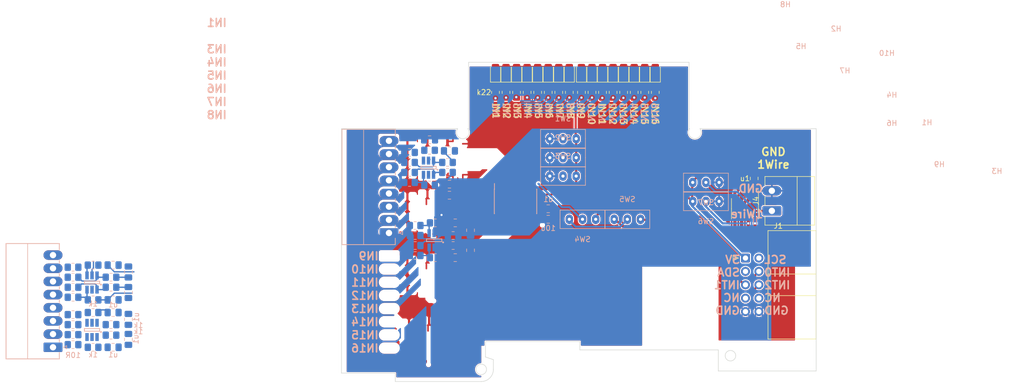
<source format=kicad_pcb>
(kicad_pcb (version 20211014) (generator pcbnew)
  (layers (0 "F.Cu" signal) (31 "B.Cu" signal) (34 "B.Paste" user) (35 "F.Paste" user) (36 "B.SilkS" user "B.Silkscreen") (37 "F.SilkS" user "F.Silkscreen") (38 "B.Mask" user) (39 "F.Mask" user) (44 "Edge.Cuts" user))
  (net 0 "")
  (net 1 "+3V3")
  (net 2 "GND")
  (net 3 "/I1")
  (net 4 "/I2")
  (net 5 "/I5")
  (net 6 "/I6")
  (net 7 "/I4")
  (net 8 "/I3")
  (net 9 "/I8")
  (net 10 "/I7")
  (net 11 "/I9")
  (net 12 "/I10")
  (net 13 "/I13")
  (net 14 "/I14")
  (net 15 "/I12")
  (net 16 "/I11")
  (net 17 "/I16")
  (net 18 "/I15")
  (net 19 "Net-(DD1-Pad1)")
  (net 20 "Net-(DD1-Pad2)")
  (net 21 "Net-(DD1-Pad3)")
  (net 22 "Net-(DD1-Pad21)")
  (net 23 "/SDA")
  (net 24 "/SCL")
  (net 25 "/INT1")
  (net 26 "/INT2")
  (net 27 "/IN1")
  (net 28 "/IN2")
  (net 29 "/IN3")
  (net 30 "/IN4")
  (net 31 "/IN5")
  (net 32 "/IN6")
  (net 33 "/IN7")
  (net 34 "/IN8")
  (net 35 "/IN9")
  (net 36 "/IN10")
  (net 37 "/IN11")
  (net 38 "/IN12")
  (net 39 "/IN13")
  (net 40 "/IN14")
  (net 41 "/IN15")
  (net 42 "/IN16")
  (net 43 "Net-(R1-Pad1)")
  (net 44 "Net-(R2-Pad1)")
  (net 45 "Net-(R3-Pad1)")
  (net 46 "Net-(R4-Pad1)")
  (net 47 "Net-(R13-Pad2)")
  (net 48 "Net-(R10-Pad1)")
  (net 49 "Net-(R11-Pad2)")
  (net 50 "Net-(R12-Pad1)")
  (net 51 "Net-(R17-Pad1)")
  (net 52 "Net-(R18-Pad1)")
  (net 53 "Net-(R19-Pad1)")
  (net 54 "Net-(R20-Pad1)")
  (net 55 "Net-(R25-Pad2)")
  (net 56 "Net-(R26-Pad1)")
  (net 57 "Net-(R27-Pad2)")
  (net 58 "Net-(R28-Pad1)")
  (net 61 "/INT0")
  (net 63 "Net-(J4-Pad1)")
  (net 64 "Net-(SW4-Pad1)")
  (net 65 "Net-(SW6-Pad2)")
  (net 66 "Net-(SW7-Pad2)")
  (net 67 "Net-(D1-Pad1)")
  (net 68 "Net-(D2-Pad1)")
  (net 69 "Net-(D3-Pad1)")
  (net 70 "Net-(D4-Pad1)")
  (net 71 "Net-(D5-Pad1)")
  (net 72 "Net-(D6-Pad1)")
  (net 73 "Net-(D7-Pad1)")
  (net 74 "Net-(D8-Pad1)")
  (net 75 "Net-(D9-Pad1)")
  (net 76 "Net-(D10-Pad1)")
  (net 77 "Net-(D11-Pad1)")
  (net 78 "Net-(D12-Pad1)")
  (net 79 "Net-(D13-Pad1)")
  (net 80 "Net-(D14-Pad1)")
  (net 81 "Net-(D15-Pad1)")
  (net 82 "Net-(D16-Pad1)")
  (footprint "Capacitor_SMD:C_0805_2012Metric_Pad1.18x1.45mm_HandSolder" (layer "F.Cu") (at 183.25 117.25 90)
    (fp_text reference "C2" hide)
    (fp_text value "u1")
  )
  (footprint "Package_SO:SOIC-8_3.9x4.9mm_P1.27mm" (layer "F.Cu") (at 181.5 123 -90)
    (fp_text reference "U5" hide)
    (fp_text value "DS2482" hide)
  )
  (footprint "LED_SMD:LED_0805_2012Metric_Pad1.15x1.40mm_HandSolder" (layer "F.Cu") (at 134.2 97.1 90)
    (fp_text reference "D1" hide)
    (fp_text value "LED" hide)
  )
  (footprint "LED_SMD:LED_0805_2012Metric_Pad1.15x1.40mm_HandSolder" (layer "F.Cu") (at 136.2 97.1 90)
    (fp_text reference "D2" hide)
    (fp_text value "LED" hide)
  )
  (footprint "LED_SMD:LED_0805_2012Metric_Pad1.15x1.40mm_HandSolder" (layer "F.Cu") (at 138.2 97.1 90)
    (fp_text reference "D3" hide)
    (fp_text value "LED" hide)
  )
  (footprint "LED_SMD:LED_0805_2012Metric_Pad1.15x1.40mm_HandSolder" (layer "F.Cu") (at 140.2 97.1 90)
    (fp_text reference "D4" hide)
    (fp_text value "LED" hide)
  )
  (footprint "LED_SMD:LED_0805_2012Metric_Pad1.15x1.40mm_HandSolder" (layer "F.Cu") (at 142.2 97.1 90)
    (fp_text reference "D5" hide)
    (fp_text value "LED" hide)
  )
  (footprint "LED_SMD:LED_0805_2012Metric_Pad1.15x1.40mm_HandSolder" (layer "F.Cu") (at 144.2 97.1 90)
    (fp_text reference "D6" hide)
    (fp_text value "LED" hide)
  )
  (footprint "LED_SMD:LED_0805_2012Metric_Pad1.15x1.40mm_HandSolder" (layer "F.Cu") (at 146.2 97.1 90)
    (fp_text reference "D7" hide)
    (fp_text value "LED" hide)
  )
  (footprint "LED_SMD:LED_0805_2012Metric_Pad1.15x1.40mm_HandSolder" (layer "F.Cu") (at 148.2 97.1 90)
    (fp_text reference "D8" hide)
    (fp_text value "LED" hide)
  )
  (footprint "Resistor_SMD:R_0805_2012Metric_Pad1.20x1.40mm_HandSolder" (layer "F.Cu") (at 134.2 100.9 -90)
    (fp_text reference "R33" hide)
    (fp_text value "k22")
  )
  (footprint "Resistor_SMD:R_0805_2012Metric_Pad1.20x1.40mm_HandSolder" (layer "F.Cu") (at 136.2 100.9 -90)
    (fp_text reference "R34" hide)
    (fp_text value "k22" hide)
  )
  (footprint "Resistor_SMD:R_0805_2012Metric_Pad1.20x1.40mm_HandSolder" (layer "F.Cu") (at 138.2 100.9 -90)
    (fp_text reference "R35" hide)
    (fp_text value "k22" hide)
  )
  (footprint "Resistor_SMD:R_0805_2012Metric_Pad1.20x1.40mm_HandSolder" (layer "F.Cu") (at 140.2 100.9 -90)
    (fp_text reference "R36" hide)
    (fp_text value "k22" hide)
  )
  (footprint "Resistor_SMD:R_0805_2012Metric_Pad1.20x1.40mm_HandSolder" (layer "F.Cu") (at 142.2 100.9 -90)
    (fp_text reference "R37" hide)
    (fp_text value "k22" hide)
  )
  (footprint "Resistor_SMD:R_0805_2012Metric_Pad1.20x1.40mm_HandSolder" (layer "F.Cu") (at 144.2 100.9 -90)
    (fp_text reference "R38" hide)
    (fp_text value "k22" hide)
  )
  (footprint "Resistor_SMD:R_0805_2012Metric_Pad1.20x1.40mm_HandSolder" (layer "F.Cu") (at 146.2 100.9 -90)
    (fp_text reference "R39" hide)
    (fp_text value "k22" hide)
  )
  (footprint "Resistor_SMD:R_0805_2012Metric_Pad1.20x1.40mm_HandSolder" (layer "F.Cu") (at 148.2 100.9 -90)
    (fp_text reference "R40" hide)
    (fp_text value "k22" hide)
  )
  (footprint "LED_SMD:LED_0805_2012Metric_Pad1.15x1.40mm_HandSolder" (layer "F.Cu") (at 150.5 97.1 90)
    (fp_text reference "D9" hide)
    (fp_text value "LED" hide)
  )
  (footprint "LED_SMD:LED_0805_2012Metric_Pad1.15x1.40mm_HandSolder" (layer "F.Cu") (at 152.5 97.1 90)
    (fp_text reference "D10" hide)
    (fp_text value "LED" hide)
  )
  (footprint "LED_SMD:LED_0805_2012Metric_Pad1.15x1.40mm_HandSolder" (layer "F.Cu") (at 154.5 97.1 90)
    (fp_text reference "D11" hide)
    (fp_text value "LED" hide)
  )
  (footprint "LED_SMD:LED_0805_2012Metric_Pad1.15x1.40mm_HandSolder" (layer "F.Cu") (at 156.5 97.1 90)
    (fp_text reference "D12" hide)
    (fp_text value "LED" hide)
  )
  (footprint "LED_SMD:LED_0805_2012Metric_Pad1.15x1.40mm_HandSolder" (layer "F.Cu") (at 158.5 97.1 90)
    (fp_text reference "D13" hide)
    (fp_text value "LED" hide)
  )
  (footprint "LED_SMD:LED_0805_2012Metric_Pad1.15x1.40mm_HandSolder" (layer "F.Cu") (at 160.5 97.1 90)
    (fp_text reference "D14" hide)
    (fp_text value "LED" hide)
  )
  (footprint "LED_SMD:LED_0805_2012Metric_Pad1.15x1.40mm_HandSolder" (layer "F.Cu") (at 162.5 97.1 90)
    (fp_text reference "D15" hide)
    (fp_text value "LED" hide)
  )
  (footprint "LED_SMD:LED_0805_2012Metric_Pad1.15x1.40mm_HandSolder" (layer "F.Cu") (at 164.5 97.1 90)
    (fp_text reference "D16" hide)
    (fp_text value "LED" hide)
  )
  (footprint "Resistor_SMD:R_0805_2012Metric_Pad1.20x1.40mm_HandSolder" (layer "F.Cu") (at 150.5 100.9 -90)
    (fp_text reference "R41" hide)
    (fp_text value "k22" hide)
  )
  (footprint "Resistor_SMD:R_0805_2012Metric_Pad1.20x1.40mm_HandSolder" (layer "F.Cu") (at 152.5 100.9 -90)
    (fp_text reference "R42" hide)
    (fp_text value "k22" hide)
  )
  (footprint "Resistor_SMD:R_0805_2012Metric_Pad1.20x1.40mm_HandSolder" (layer "F.Cu") (at 154.5 100.9 -90)
    (fp_text reference "R43" hide)
    (fp_text value "k22" hide)
  )
  (footprint "Resistor_SMD:R_0805_2012Metric_Pad1.20x1.40mm_HandSolder" (layer "F.Cu") (at 156.5 100.9 -90)
    (fp_text reference "R44" hide)
    (fp_text value "k22" hide)
  )
  (footprint "Resistor_SMD:R_0805_2012Metric_Pad1.20x1.40mm_HandSolder" (layer "F.Cu") (at 158.5 100.9 -90)
    (fp_text reference "R45" hide)
    (fp_text value "k22" hide)
  )
  (footprint "Resistor_SMD:R_0805_2012Metric_Pad1.20x1.40mm_HandSolder" (layer "F.Cu") (at 160.5 100.9 -90)
    (fp_text reference "R46" hide)
    (fp_text value "k22" hide)
  )
  (footprint "Resistor_SMD:R_0805_2012Metric_Pad1.20x1.40mm_HandSolder" (layer "F.Cu") (at 162.5 100.9 -90)
    (fp_text reference "R47" hide)
    (fp_text value "k22" hide)
  )
  (footprint "Resistor_SMD:R_0805_2012Metric_Pad1.20x1.40mm_HandSolder" (layer "F.Cu") (at 164.5 100.9 -90)
    (fp_text reference "R48" hide)
    (fp_text value "k22" hide)
  )
  (footprint "Connector_IDC:IDC-Header_2x05_P2.54mm_Horizontal" (layer "F.Cu") (at 181.6 132.36)
    (fp_text reference "J1")
    (fp_text value "SensactBusConnector")
  )
  (footprint "Connector_Phoenix_MC:PhoenixContact_MC_1,5_2-G-3.81_1x02_P3.81mm_Horizontal" (layer "F.Cu") (at 186.6 123.4 90)
    (fp_text reference "J4")
    (fp_text value "1Wire")
  )
  (footprint "Capacitor_SMD:C_0805_2012Metric_Pad1.18x1.45mm_HandSolder" (layer "B.Cu") (at 144.2 125 180)
    (fp_text reference "C1" hide)
    (fp_text value "10u")
  )
  (footprint "Capacitor_SMD:C_0805_2012Metric_Pad1.18x1.45mm_HandSolder" (layer "B.Cu") (at 64.6 147.8 -90)
    (fp_text reference "C3" hide)
    (fp_text value "u1")
  )
  (footprint "Capacitor_SMD:C_0805_2012Metric_Pad1.18x1.45mm_HandSolder" (layer "B.Cu") (at 61.7 149.3)
    (fp_text reference "C4" hide)
    (fp_text value "u1")
  )
  (footprint "Capacitor_SMD:C_0805_2012Metric_Pad1.18x1.45mm_HandSolder" (layer "B.Cu") (at 64.6 138.9 -90)
    (fp_text reference "C5" hide)
    (fp_text value "u1" hide)
  )
  (footprint "Capacitor_SMD:C_0805_2012Metric_Pad1.18x1.45mm_HandSolder" (layer "B.Cu") (at 61.7 140.3)
    (fp_text reference "C6" hide)
    (fp_text value "u1" hide)
  )
  (footprint "Capacitor_SMD:C_0805_2012Metric_Pad1.18x1.45mm_HandSolder" (layer "B.Cu") (at 64.6 144 -90)
    (fp_text reference "C7" hide)
    (fp_text value "u1")
  )
  (footprint "Capacitor_SMD:C_0805_2012Metric_Pad1.18x1.45mm_HandSolder" (layer "B.Cu") (at 61.7 142.7 180)
    (fp_text reference "C8" hide)
    (fp_text value "u1")
  )
  (footprint "Capacitor_SMD:C_0805_2012Metric_Pad1.18x1.45mm_HandSolder" (layer "B.Cu") (at 64.6 135 -90)
    (fp_text reference "C9" hide)
    (fp_text value "u1" hide)
  )
  (footprint "Capacitor_SMD:C_0805_2012Metric_Pad1.18x1.45mm_HandSolder" (layer "B.Cu") (at 61.7 133.7 180)
    (fp_text reference "C10" hide)
    (fp_text value "u1" hide)
  )
  (footprint "Capacitor_SMD:C_0805_2012Metric_Pad1.18x1.45mm_HandSolder" (layer "B.Cu") (at 129.469999 130.880001 -90)
    (fp_text reference "C11" hide)
    (fp_text value "u1" hide)
  )
  (footprint "Capacitor_SMD:C_0805_2012Metric_Pad1.18x1.45mm_HandSolder" (layer "B.Cu") (at 126.569999 132.280001)
    (fp_text reference "C12" hide)
    (fp_text value "u1" hide)
  )
  (footprint "Capacitor_SMD:C_0805_2012Metric_Pad1.18x1.45mm_HandSolder" (layer "B.Cu") (at 125.4692 118.3292)
    (fp_text reference "C13" hide)
    (fp_text value "u1" hide)
  )
  (footprint "Capacitor_SMD:C_0805_2012Metric_Pad1.18x1.45mm_HandSolder" (layer "B.Cu") (at 125.4692 120.4292)
    (fp_text reference "C14" hide)
    (fp_text value "u1" hide)
  )
  (footprint "Capacitor_SMD:C_0805_2012Metric_Pad1.18x1.45mm_HandSolder" (layer "B.Cu") (at 129.469999 127.080001 -90)
    (fp_text reference "C15" hide)
    (fp_text value "u1" hide)
  )
  (footprint "Capacitor_SMD:C_0805_2012Metric_Pad1.18x1.45mm_HandSolder" (layer "B.Cu") (at 126.569999 125.680001 180)
    (fp_text reference "C16" hide)
    (fp_text value "u1" hide)
  )
  (footprint "Capacitor_SMD:C_0805_2012Metric_Pad1.18x1.45mm_HandSolder" (layer "B.Cu") (at 125.4696 112.0104 180)
    (fp_text reference "C17" hide)
    (fp_text value "u1" hide)
  )
  (footprint "Capacitor_SMD:C_0805_2012Metric_Pad1.18x1.45mm_HandSolder" (layer "B.Cu") (at 121.7 109.9)
    (fp_text reference "C18" hide)
    (fp_text value "u1" hide)
  )
  (footprint "liebler_SEMICONDUCTORS:TSSOP-24_4.4x7.8mm_Pitch0.65mm_handsolder" (layer "B.Cu") (at 138 121.6 -90)
    (fp_text reference "DD1" hide)
    (fp_text value "PCA9555" hide)
  )
  (footprint "Resistor_SMD:R_0805_2012Metric_Pad1.20x1.40mm_HandSolder" (layer "B.Cu") (at 54.1 146.9 180)
    (fp_text reference "R1" hide)
    (fp_text value "10R" hide)
  )
  (footprint "Resistor_SMD:R_0805_2012Metric_Pad1.20x1.40mm_HandSolder" (layer "B.Cu") (at 54.1 148.8 180)
    (fp_text reference "R2" hide)
    (fp_text value "10R")
  )
  (footprint "Resistor_SMD:R_0805_2012Metric_Pad1.20x1.40mm_HandSolder" (layer "B.Cu") (at 54.1 137.9 180)
    (fp_text reference "R3" hide)
    (fp_text value "10R" hide)
  )
  (footprint "Resistor_SMD:R_0805_2012Metric_Pad1.20x1.40mm_HandSolder" (layer "B.Cu") (at 54.1 139.8 180)
    (fp_text reference "R4" hide)
    (fp_text value "10R" hide)
  )
  (footprint "Resistor_SMD:R_0805_2012Metric_Pad1.20x1.40mm_HandSolder" (layer "B.Cu") (at 61.3 147 180)
    (fp_text reference "R5" hide)
    (fp_text value "1k")
  )
  (footprint "Resistor_SMD:R_0805_2012Metric_Pad1.20x1.40mm_HandSolder" (layer "B.Cu") (at 57.9 149.3)
    (fp_text reference "R6" hide)
    (fp_text value "1k")
  )
  (footprint "Resistor_SMD:R_0805_2012Metric_Pad1.20x1.40mm_HandSolder" (layer "B.Cu") (at 61.3 137.9 180)
    (fp_text reference "R7" hide)
    (fp_text value "1k" hide)
  )
  (footprint "Resistor_SMD:R_0805_2012Metric_Pad1.20x1.40mm_HandSolder" (layer "B.Cu") (at 57.9 140.3)
    (fp_text reference "R8" hide)
    (fp_text value "1k" hide)
  )
  (footprint "Resistor_SMD:R_0805_2012Metric_Pad1.20x1.40mm_HandSolder" (layer "B.Cu") (at 61.3 145 180)
    (fp_text reference "R9" hide)
    (fp_text value "1k")
  )
  (footprint "Resistor_SMD:R_0805_2012Metric_Pad1.20x1.40mm_HandSolder" (layer "B.Cu") (at 57.9 142.7)
    (fp_text reference "R10" hide)
    (fp_text value "1k")
  )
  (footprint "Resistor_SMD:R_0805_2012Metric_Pad1.20x1.40mm_HandSolder" (layer "B.Cu") (at 61.3 136 180)
    (fp_text reference "R11" hide)
    (fp_text value "1k" hide)
  )
  (footprint "Resistor_SMD:R_0805_2012Metric_Pad1.20x1.40mm_HandSolder" (layer "B.Cu") (at 57.9 133.7)
    (fp_text reference "R12" hide)
    (fp_text value "1k" hide)
  )
  (footprint "Resistor_SMD:R_0805_2012Metric_Pad1.20x1.40mm_HandSolder" (layer "B.Cu") (at 54.1 145)
    (fp_text reference "R13" hide)
    (fp_text value "10R" hide)
  )
  (footprint "Resistor_SMD:R_0805_2012Metric_Pad1.20x1.40mm_HandSolder" (layer "B.Cu") (at 54.1 143.1)
    (fp_text reference "R14" hide)
    (fp_text value "10R" hide)
  )
  (footprint "Resistor_SMD:R_0805_2012Metric_Pad1.20x1.40mm_HandSolder" (layer "B.Cu") (at 54.1 136)
    (fp_text reference "R15" hide)
    (fp_text value "10R" hide)
  )
  (footprint "Resistor_SMD:R_0805_2012Metric_Pad1.20x1.40mm_HandSolder" (layer "B.Cu") (at 54.1 134.1)
    (fp_text reference "R16" hide)
    (fp_text value "10R" hide)
  )
  (footprint "Resistor_SMD:R_0805_2012Metric_Pad1.20x1.40mm_HandSolder" (layer "B.Cu") (at 118.969999 129.980001 180)
    (fp_text reference "R17" hide)
    (fp_text value "10R" hide)
  )
  (footprint "Resistor_SMD:R_0805_2012Metric_Pad1.20x1.40mm_HandSolder" (layer "B.Cu") (at 118.969999 131.880001 180)
    (fp_text reference "R18" hide)
    (fp_text value "10R" hide)
  )
  (footprint "Resistor_SMD:R_0805_2012Metric_Pad1.20x1.40mm_HandSolder" (layer "B.Cu") (at 117.9 116.1 180)
    (fp_text reference "R19" hide)
    (fp_text value "10R" hide)
  )
  (footprint "Resistor_SMD:R_0805_2012Metric_Pad1.20x1.40mm_HandSolder" (layer "B.Cu") (at 117.9 118 180)
    (fp_text reference "R20" hide)
    (fp_text value "10R" hide)
  )
  (footprint "Resistor_SMD:R_0805_2012Metric_Pad1.20x1.40mm_HandSolder" (layer "B.Cu") (at 126.169999 129.980001 180)
    (fp_text reference "R21" hide)
    (fp_text value "1k" hide)
  )
  (footprint "Resistor_SMD:R_0805_2012Metric_Pad1.20x1.40mm_HandSolder" (layer "B.Cu") (at 122.769999 132.280001)
    (fp_text reference "R22" hide)
    (fp_text value "1k" hide)
  )
  (footprint "Resistor_SMD:R_0805_2012Metric_Pad1.20x1.40mm_HandSolder" (layer "B.Cu") (at 125.1 116.1 180)
    (fp_text reference "R23" hide)
    (fp_text value "1k" hide)
  )
  (footprint "Resistor_SMD:R_0805_2012Metric_Pad1.20x1.40mm_HandSolder" (layer "B.Cu") (at 121.7 118.5)
    (fp_text reference "R24" hide)
    (fp_text value "1k" hide)
  )
  (footprint "Resistor_SMD:R_0805_2012Metric_Pad1.20x1.40mm_HandSolder" (layer "B.Cu") (at 126.169999 128.080001 180)
    (fp_text reference "R25" hide)
    (fp_text value "1k" hide)
  )
  (footprint "Resistor_SMD:R_0805_2012Metric_Pad1.20x1.40mm_HandSolder" (layer "B.Cu") (at 122.769999 125.680001)
    (fp_text reference "R26" hide)
    (fp_text value "1k" hide)
  )
  (footprint "Resistor_SMD:R_0805_2012Metric_Pad1.20x1.40mm_HandSolder" (layer "B.Cu") (at 125.1 114.2 180)
    (fp_text reference "R27" hide)
    (fp_text value "1k" hide)
  )
  (footprint "Resistor_SMD:R_0805_2012Metric_Pad1.20x1.40mm_HandSolder" (layer "B.Cu") (at 121.7 111.9)
    (fp_text reference "R28" hide)
    (fp_text value "1k" hide)
  )
  (footprint "Resistor_SMD:R_0805_2012Metric_Pad1.20x1.40mm_HandSolder" (layer "B.Cu") (at 118.969999 128.080001)
    (fp_text reference "R29" hide)
    (fp_text value "10R" hide)
  )
  (footprint "Resistor_SMD:R_0805_2012Metric_Pad1.20x1.40mm_HandSolder" (layer "B.Cu") (at 118.969999 126.180001)
    (fp_text reference "R30" hide)
    (fp_text value "10R" hide)
  )
  (footprint "Resistor_SMD:R_0805_2012Metric_Pad1.20x1.40mm_HandSolder" (layer "B.Cu") (at 117.9 114.2)
    (fp_text reference "R31" hide)
    (fp_text value "10R" hide)
  )
  (footprint "Resistor_SMD:R_0805_2012Metric_Pad1.20x1.40mm_HandSolder" (layer "B.Cu") (at 117.9 112.3)
    (fp_text reference "R32" hide)
    (fp_text value "10R" hide)
  )
  (footprint "sensact:SOT-23-6_handsolder" (layer "B.Cu") (at 57.7 146 90)
    (fp_text reference "U1" hide)
    (fp_text value "SRV05" hide)
  )
  (footprint "sensact:SOT-23-6_handsolder" (layer "B.Cu") (at 57.7 137 90)
    (fp_text reference "U2" hide)
    (fp_text value "SRV05" hide)
  )
  (footprint "sensact:SOT-23-6_handsolder" (layer "B.Cu") (at 122.569999 128.980001 90)
    (fp_text reference "U3" hide)
    (fp_text value "SRV05" hide)
  )
  (footprint "sensact:SOT-23-6_handsolder" (layer "B.Cu") (at 121.5 115.2 90)
    (fp_text reference "U4" hide)
    (fp_text value "SRV05" hide)
  )
  (footprint "Capacitor_SMD:C_0805_2012Metric_Pad1.18x1.45mm_HandSolder" (layer "B.Cu") (at 144.2 123 180)
    (fp_text reference "C19" hide)
    (fp_text value "u1")
  )
  (footprint "MountingHole:MountingHole_2.2mm_M2_DIN965" (layer "B.Cu") (at 209.35381 109.655 180)
    (fp_text reference "H6")
    (fp_text value "MountingHole")
  )
  (footprint "MountingHole:MountingHole_2.2mm_M2_DIN965" (layer "B.Cu") (at 192.14381 95.065 180)
    (fp_text reference "H5")
    (fp_text value "MountingHole")
  )
  (footprint "liebler_MECH:Switch_SS12D00" (layer "B.Cu") (at 150.7 125)
    (fp_text reference "SW4")
    (fp_text value "INT? INT0")
  )
  (footprint "MountingHole:MountingHole_3.2mm_M3" (layer "B.Cu") (at 218.36381 118.775 180)
    (fp_text reference "H9")
    (fp_text value "MountingHole")
  )
  (footprint "MountingHole:MountingHole_3.2mm_M3" (layer "B.Cu") (at 216.00381 110.825 180)
    (fp_text reference "H1")
    (fp_text value "MountingHole")
  )
  (footprint "MountingHole:MountingHole_3.2mm_M3" (layer "B.Cu") (at 208.41381 97.655 180)
    (fp_text reference "H10")
    (fp_text value "MountingHole")
  )
  (footprint "liebler_CONN:PhoenixContact_MC_0,5_8-G-2.5_1x08_P2.50mm_Horizontal" (layer "B.Cu") (at 114 127.6 90)
    (fp_text reference "J3" hide)
    (fp_text value "IN8-IN16" hide)
  )
  (footprint "liebler_MECH:Switch_SS12D00" (layer "B.Cu") (at 147 113.3 180)
    (fp_text reference "SW2")
    (fp_text value "0 A1 1")
  )
  (footprint "MountingHole:MountingHole_3.2mm_M3" (layer "B.Cu") (at 198.79381 93.035 180)
    (fp_text reference "H2")
    (fp_text value "MountingHole")
  )
  (footprint "liebler_MECH:Switch_SS12D00" (layer "B.Cu") (at 159.2 125 180)
    (fp_text reference "SW5")
    (fp_text value "INT1 INT2")
  )
  (footprint "liebler_MECH:Switch_SS12D00" (layer "B.Cu") (at 147 116.8 180)
    (fp_text reference "SW3")
    (fp_text value "0 A0 1")
  )
  (footprint "MountingHole:MountingHole_2.2mm_M2_DIN965" (layer "B.Cu") (at 229.28381 118.765 180)
    (fp_text reference "H3")
    (fp_text value "MountingHole")
  )
  (footprint "liebler_CONN:PhoenixContact_MC_0,5_8-G-2.5_1x08_P2.50mm_Horizontal" (layer "B.Cu") (at 50.3 149.3 90)
    (fp_text reference "J2" hide)
    (fp_text value "IN1-IN8")
  )
  (footprint "MountingHole:MountingHole_3.2mm_M3" (layer "B.Cu") (at 200.46381 100.985 180)
    (fp_text reference "H7")
    (fp_text value "MountingHole")
  )
  (footprint "MountingHole:MountingHole_2.2mm_M2_DIN965" (layer "B.Cu") (at 209.35381 104.305 180)
    (fp_text reference "H4")
    (fp_text value "MountingHole")
  )
  (footprint "liebler_MECH:Switch_SS12D00" (layer "B.Cu") (at 147 109.7 180)
    (fp_text reference "SW1")
    (fp_text value "0 A2 1")
  )
  (footprint "MountingHole:MountingHole_3.2mm_M3" (layer "B.Cu") (at 189.17381 88.415 180)
    (fp_text reference "H8")
    (fp_text value "MountingHole")
  )
  (footprint "liebler_MECH:Switch_SS12D00" (layer "B.Cu") (at 174.1 118)
    (fp_text reference "SW7")
    (fp_text value "AD0")
  )
  (footprint "liebler_MECH:Switch_SS12D00" (layer "B.Cu") (at 174.1 121.6)
    (fp_text reference "SW6")
    (fp_text value "AD1")
  )
  (gr_line (start 133.8 151.644152) (end 132.3 151.144152) (layer "Edge.Cuts") (width 0.1))
  (gr_line (start 170.9 107.8) (end 170.9 95.2) (layer "Edge.Cuts") (width 0.1))
  (gr_line (start 105 107.8) (end 105 154.2) (layer "Edge.Cuts") (width 0.1))
  (gr_line (start 132.3 148.2) (end 150.2 148.2) (layer "Edge.Cuts") (width 0.1))
  (gr_line (start 133.8 153.5) (end 133.8 151.644152) (layer "Edge.Cuts") (width 0.1))
  (gr_line (start 150.2 148.2) (end 150.2 149.8) (layer "Edge.Cuts") (width 0.1))
  (gr_line (start 115.2 154.2) (end 115.2 155.8) (layer "Edge.Cuts") (width 0.1))
  (gr_line (start 195 153.8) (end 195 107.8) (layer "Edge.Cuts") (width 0.1))
  (gr_line (start 105 154.2) (end 115.2 154.2) (layer "Edge.Cuts") (width 0.1))
  (gr_line (start 132.3 151.144152) (end 132.3 148.2) (layer "Edge.Cuts") (width 0.1))
  (gr_line (start 195 107.8) (end 172.974679 107.8) (layer "Edge.Cuts") (width 0.1))
  (gr_line (start 170.9 107.8) (end 171.025321 107.8) (layer "Edge.Cuts") (width 0.1))
  (gr_arc (start 172.974679 107.8) (mid 172 109.7) (end 171.025321 107.8) (layer "Edge.Cuts") (width 0.1))
  (gr_line (start 176.45 149.8) (end 176.45 153.8) (layer "Edge.Cuts") (width 0.1))
  (gr_line (start 105 107.8) (end 127.025321 107.8) (layer "Edge.Cuts") (width 0.1))
  (gr_circle (center 131.5 153.5) (end 132.5 153.5) (layer "Edge.Cuts") (width 0.1) (fill none))
  (gr_line (start 176.45 153.8) (end 195 153.8) (layer "Edge.Cuts") (width 0.1))
  (gr_line (start 129.1 107.8) (end 128.974679 107.8) (layer "Edge.Cuts") (width 0.1))
  (gr_circle (center 178.75 150.9) (end 179.75 150.9) (layer "Edge.Cuts") (width 0.1) (fill none))
  (gr_line (start 129.1 107.8) (end 129.1 95.2) (layer "Edge.Cuts") (width 0.1))
  (gr_line (start 115.2 155.8) (end 131.5 155.8) (layer "Edge.Cuts") (width 0.1))
  (gr_line (start 150.2 149.8) (end 176.45 149.8) (layer "Edge.Cuts") (width 0.1))
  (gr_line (start 170.9 95.2) (end 129.1 95.2) (layer "Edge.Cuts") (width 0.1))
  (gr_arc (start 128.974679 107.8) (mid 128 109.7) (end 127.025321 107.8) (layer "Edge.Cuts") (width 0.1))
  (gr_arc (start 133.8 153.5) (mid 133.126346 155.126346) (end 131.5 155.8) (layer "Edge.Cuts") (width 0.1))
  (gr_text "IN16\nIN15\nIN14\nIN13\nIN12\nIN11\nIN10\nIN9\nIN8\nIN7\nIN6\nIN5\nIN4\nIN3\nIN2\nIN1" (at 149.3 102.7 270) (layer "B.SilkS") (effects (font (size 1.25 1.2) (thickness 0.2)) (justify right mirror)))
  (gr_text "IN16\n" (at 112.2 149.5) (layer "B.SilkS") (effects (font (size 1.5 1.5) (thickness 0.3)) (justify left mirror)))
  (gr_text "IN10\n" (at 112.2 134.5) (layer "B.SilkS") (effects (font (size 1.5 1.5) (thickness 0.3)) (justify left mirror)))
  (gr_text "IN4\n" (at 83.4 95.2) (layer "B.SilkS") (effects (font (size 1.5 1.5) (thickness 0.3)) (justify left mirror)))
  (gr_text "IN3" (at 83.4 92.7) (layer "B.SilkS") (effects (font (size 1.5 1.5) (thickness 0.3)) (justify left mirror)))
  (gr_text "IN15\n" (at 112.2 147) (layer "B.SilkS") (effects (font (size 1.5 1.5) (thickness 0.3)) (justify left mirror)))
  (gr_text "3V\nSDA\nINT1\nNC\nGND" (at 180.7 137.5) (layer "B.SilkS") (effects (font (size 1.5 1.5) (thickness 0.3)) (justify left mirror)))
  (gr_text "IN12\n" (at 112.2 139.5) (layer "B.SilkS") (effects (font (size 1.5 1.5) (thickness 0.3)) (justify left mirror)))
  (gr_text "IN5\n" (at 83.4 97.7) (layer "B.SilkS") (effects (font (size 1.5 1.5) (thickness 0.3)) (justify left mirror)))
  (gr_text "IN8\n" (at 83.4 105.2) (layer "B.SilkS") (effects (font (size 1.5 1.5) (thickness 0.3)) (justify left mirror)))
  (gr_text "IN6\n" (at 83.4 100.2) (layer "B.SilkS") (effects (font (size 1.5 1.5) (thickness 0.3)) (justify left mirror)))
  (gr_text "IN7\n" (at 83.4 102.7) (layer "B.SilkS") (effects (font (size 1.5 1.5) (thickness 0.3)) (justify left mirror)))
  (gr_text "IN14\n" (at 112.2 144.5) (layer "B.SilkS") (effects (font (size 1.5 1.5) (thickness 0.3)) (justify left mirror)))
  (gr_text "IN13\n" (at 112.2 142) (layer "B.SilkS") (effects (font (size 1.5 1.5) (thickness 0.3)) (justify left mirror)))
  (gr_text "IN9\n" (at 112.2 132) (layer "B.SilkS") (effects (font (size 1.5 1.5) (thickness 0.3)) (justify left mirror)))
  (gr_text "IN11" (at 112.2 137) (layer "B.SilkS") (effects (font (size 1.5 1.5) (thickness 0.3)) (justify left mirror)))
  (gr_text "GND\n\n1Wire" (at 185.1 121.6) (layer "B.SilkS") (effects (font (size 1.5 1.5) (thickness 0.3)) (justify left mirror)))
  (gr_text "SCL\nINT0\nINT2\nNC\nGND" (at 185 137.5) (layer "B.SilkS") (effects (font (size 1.5 1.5) (thickness 0.3)) (justify right mirror)))
  (gr_text "IN1\n" (at 83.4 87.7) (layer "B.SilkS") (effects (font (size 1.5 1.5) (thickness 0.3)) (justify left mirror)))
  (gr_text "IN16\nIN15\nIN14\nIN13\nIN12\nIN11\nIN10\nIN9\nIN8\nIN7\nIN6\nIN5\nIN4\nIN3\nIN2\nIN1" (at 149.4 102.8 270) (layer "F.SilkS") (effects (font (size 1.25 1.2) (thickness 0.2)) (justify left)))
  (gr_text "GND\n1Wire" (at 186.9 113.4) (layer "F.SilkS") (effects (font (size 1.5 1.5) (thickness 0.3))))
  (segment (start 170.15 120.25) (end 150.15 120.25) (width 0.4) (layer "F.Cu") (net 1))
  (segment (start 149.29952 97.17452) (end 148.2 96.075) (width 0.4) (layer "F.Cu") (net 1))
  (segment (start 164.5 96.075) (end 150.5 96.075) (width 0.4) (layer "F.Cu") (net 1))
  (segment (start 171.5 121.6) (end 170.15 120.25) (width 0.4) (layer "F.Cu") (net 1))
  (segment (start 183.405 119) (end 180.90499 116.49999) (width 0.4) (layer "F.Cu") (net 1))
  (segment (start 134.2 96.075) (end 148.2 96.075) (width 0.4) (layer "F.Cu") (net 1))
  (segment (start 183.405 120.5) (end 183.405 118.0425) (width 0.4) (layer "F.Cu") (net 1))
  (segment (start 149.5 116.5) (end 149.5 109.3) (width 0.4) (layer "F.Cu") (net 1))
  (segment (start 149.40048 97.17452) (end 150.5 96.075) (width 0.4) (layer "F.Cu") (net 1))
  (segment (start 171.5 121.6) (end 171.5 117.9) (width 0.4) (layer "F.Cu") (net 1))
  (segment (start 149.40048 109.20048) (end 149.40048 97.17452) (width 0.4) (layer "F.Cu") (net 1))
  (segment (start 180.90499 116.49999) (end 172.90001 116.49999) (width 0.4) (layer "F.Cu") (net 1))
  (segment (start 149.40048 97.17452) (end 149.29952 97.17452) (width 0.4) (layer "F.Cu") (net 1))
  (segment (start 172.90001 116.49999) (end 171.5 117.9) (width 0.4) (layer "F.Cu") (net 1))
  (segment (start 150.15 120.25) (end 149.5 119.6) (width 0.4) (layer "F.Cu") (net 1))
  (segment (start 149.5 119.6) (end 149.5 116.5) (width 0.4) (layer "F.Cu") (net 1))
  (via (at 123.969999 124.180001) (size 0.6) (drill 0.4) (layers "F.Cu" "B.Cu") (net 1))
  (segment (start 122.770479 124.579521) (end 123.169999 124.180001) (width 0.4) (layer "B.Cu") (net 1))
  (segment (start 121.5 113.85) (end 121.69952 113.65048) (width 0.4) (layer "B.Cu") (net 1))
  (segment (start 122.770479 126.505499) (end 122.770479 124.579521) (width 0.4) (layer "B.Cu") (net 1))
  (segment (start 57.7 135.65) (end 57.7 134.51319) (width 0.25) (layer "B.Cu") (net 1))
  (segment (start 57.97499 134.2382) (end 57.97499 133.01182) (width 0.25) (layer "B.Cu") (net 1))
  (segment (start 122.569999 126.705979) (end 122.770479 126.505499) (width 0.4) (layer "B.Cu") (net 1))
  (segment (start 171.5 122.5) (end 171.5 121.6) (width 0.4) (layer "B.Cu") (net 1))
  (segment (start 57.7 134.51319) (end 57.97499 134.2382) (width 0.25) (layer "B.Cu") (net 1))
  (segment (start 122.569999 127.630001) (end 122.569999 126.705979) (width 0.4) (layer "B.Cu") (net 1))
  (segment (start 123.169999 124.180001) (end 123.969999 124.180001) (width 0.4) (layer "B.Cu") (net 1))
  (segment (start 181.6 132.6) (end 171.5 122.5) (width 0.4) (layer "B.Cu") (net 1))
  (segment (start 58.9 140.3) (end 60.6625 140.3) (width 0.25) (layer "B.Cu") (net 5))
  (segment (start 65.312973 139.02548) (end 61.93702 139.02548) (width 0.25) (layer "B.Cu") (net 5))
  (segment (start 61.93702 139.02548) (end 60.6625 140.3) (width 0.25) (layer "B.Cu") (net 5))
  (segment (start 62.3 137.9) (end 64.5625 137.9) (width 0.25) (layer "B.Cu") (net 6))
  (segment (start 60.6625 142.2) (end 58.9 142.2) (width 0.25) (layer "B.Cu") (net 7))
  (segment (start 65.649502 134.97548) (end 61.93798 134.97548) (width 0.25) (layer "B.Cu") (net 9))
  (segment (start 61.93798 134.97548) (end 60.6625 133.7) (width 0.25) (layer "B.Cu") (net 9))
  (segment (start 62.3 136) (end 64.5625 136) (width 0.25) (layer "B.Cu") (net 10))
  (segment (start 128.581809 131.180001) (end 126.632499 131.180001) (width 0.25) (layer "B.Cu") (net 11))
  (segment (start 126.632499 131.180001) (end 125.532499 132.280001) (width 0.25) (layer "B.Cu") (net 11))
  (segment (start 128.831809 130.930001) (end 128.581809 131.180001) (width 0.25) (layer "B.Cu") (net 11))
  (segment (start 123.769999 132.280001) (end 125.532499 132.280001) (width 0.25) (layer "B.Cu") (net 11))
  (segment (start 127.169999 129.980001) (end 129.332499 129.980001) (width 0.25) (layer "B.Cu") (net 12))
  (segment (start 122.8997 118.5) (end 124.4317 120.032) (width 0.25) (layer "B.Cu") (net 13))
  (segment (start 126.1 116.3825) (end 124.4317 118.0508) (width 0.25) (layer "B.Cu") (net 14))
  (segment (start 123.769999 125.680001) (end 125.532499 125.680001) (width 0.25) (layer "B.Cu") (net 15))
  (segment (start 126.832499 126.980001) (end 125.532499 125.680001) (width 0.25) (layer "B.Cu") (net 15))
  (segment (start 129.957492 126.980001) (end 126.832499 126.980001) (width 0.25) (layer "B.Cu") (net 15))
  (segment (start 127.169999 128.080001) (end 129.432499 128.080001) (width 0.25) (layer "B.Cu") (net 16))
  (segment (start 126.1 113.9271) (end 124.4321 112.2592) (width 0.25) (layer "B.Cu") (net 18))
  (segment (start 148.2 122.7) (end 150.5 125) (width 0.4) (layer "B.Cu") (net 19))
  (segment (start 146.8 122.7) (end 148.2 122.7) (width 0.4) (layer "B.Cu") (net 19))
  (segment (start 146.8 122.7) (end 142.35 118.25) (width 0.4) (layer "B.Cu") (net 19))
  (segment (start 178.96999 121.45001) (end 179.595 120.825) (width 0.25) (layer "F.Cu") (net 24))
  (segment (start 178.96999 126.8064) (end 178.818078 126.8064) (width 0.25) (layer "F.Cu") (net 24))
  (segment (start 178.96999 126.8064) (end 178.96999 121.45001) (width 0.25) (layer "F.Cu") (net 24))
  (segment (start 178.969999 121.125001) (end 179.595 120.5) (width 0.25) (layer "F.Cu") (net 24))
  (segment (start 172.59952 125.09952) (end 161.79952 125.09952) (width 0.4) (layer "F.Cu") (net 25))
  (segment (start 179.70346 135.75131) (end 179.70346 132.20346) (width 0.4) (layer "F.Cu") (net 25))
  (segment (start 179.70346 132.20346) (end 172.59952 125.09952) (width 0.4) (layer "F.Cu") (net 25))
  (segment (start 181.39215 137.44) (end 179.70346 135.75131) (width 0.4) (layer "F.Cu") (net 25))
  (segment (start 179.10394 136.80394) (end 179.10394 132.45179) (width 0.4) (layer "F.Cu") (net 26))
  (segment (start 179.10394 132.45179) (end 172.35119 125.69904) (width 0.4) (layer "F.Cu") (net 26))
  (segment (start 182.890489 138.689511) (end 180.989511 138.689511) (width 0.4) (layer "F.Cu") (net 26))
  (segment (start 162.80096 125.69904) (end 162.2 126.3) (width 0.4) (layer "F.Cu") (net 26))
  (segment (start 184.14 137.44) (end 182.890489 138.689511) (width 0.4) (layer "F.Cu") (net 26))
  (segment (start 172.35119 125.69904) (end 162.80096 125.69904) (width 0.4) (layer "F.Cu") (net 26))
  (segment (start 162.2 126.3) (end 158.2 126.3) (width 0.4) (layer "F.Cu") (net 26))
  (segment (start 180.989511 138.689511) (end 179.10394 136.80394) (width 0.4) (layer "F.Cu") (net 26))
  (segment (start 158.2 126.3) (end 156.9 125) (width 0.4) (layer "F.Cu") (net 26))
  (via (at 134.2 102) (size 0.6) (drill 0.4) (layers "F.Cu" "B.Cu") (net 27))
  (via (at 136.2 101.9) (size 0.6) (drill 0.4) (layers "F.Cu" "B.Cu") (net 28))
  (via (at 138.137063 101.802655) (size 0.6) (drill 0.4) (layers "F.Cu" "B.Cu") (net 29))
  (via (at 140.2 101.878435) (size 0.6) (drill 0.4) (layers "F.Cu" "B.Cu") (net 30))
  (via (at 142.2 101.9) (size 0.6) (drill 0.4) (layers "F.Cu" "B.Cu") (net 31))
  (segment (start 138.955665 102.502935) (end 141.597066 102.502934) (width 0.25) (layer "B.Cu") (net 31))
  (segment (start 141.597066 102.502934) (end 142.2 101.9) (width 0.25) (layer "B.Cu") (net 31))
  (via (at 144.2 101.9) (size 0.6) (drill 0.4) (layers "F.Cu" "B.Cu") (net 32))
  (segment (start 143.147555 102.952445) (end 144.2 101.9) (width 0.25) (layer "B.Cu") (net 32))
  (segment (start 139.141858 102.952446) (end 143.147555 102.952445) (width 0.25) (layer "B.Cu") (net 32))
  (via (at 146.2 101.9) (size 0.6) (drill 0.4) (layers "F.Cu" "B.Cu") (net 33))
  (segment (start 144.698044 103.401956) (end 146.2 101.9) (width 0.25) (layer "B.Cu") (net 33))
  (segment (start 139.328051 103.401957) (end 144.698044 103.401956) (width 0.25) (layer "B.Cu") (net 33))
  (via (at 148.2 101.9) (size 0.6) (drill 0.4) (layers "F.Cu" "B.Cu") (net 34))
  (segment (start 139.514244 103.851468) (end 146.248533 103.851467) (width 0.25) (layer "B.Cu") (net 34))
  (segment (start 146.248533 103.851467) (end 148.2 101.9) (width 0.25) (layer "B.Cu") (net 34))
  (via (at 150.5 101.9) (size 0.6) (drill 0.4) (layers "F.Cu" "B.Cu") (net 35))
  (segment (start 148.099022 104.300978) (end 150.5 101.9) (width 0.25) (layer "B.Cu") (net 35))
  (segment (start 139.700437 104.300979) (end 148.099022 104.300978) (width 0.25) (layer "B.Cu") (net 35))
  (via (at 152.5 101.9) (size 0.6) (drill 0.4) (layers "F.Cu" "B.Cu") (net 36))
  (segment (start 139.886629 104.75049) (end 149.649511 104.750489) (width 0.25) (layer "B.Cu") (net 36))
  (segment (start 149.649511 104.750489) (end 152.5 101.9) (width 0.25) (layer "B.Cu") (net 36))
  (via (at 154.45 101.95) (size 0.6) (drill 0.4) (layers "F.Cu" "B.Cu") (net 37))
  (via (at 156.5 101.9) (size 0.6) (drill 0.4) (layers "F.Cu" "B.Cu") (net 38))
  (via (at 158.45 101.95) (size 0.6) (drill 0.4) (layers "F.Cu" "B.Cu") (net 39))
  (via (at 160.5 101.9) (size 0.6) (drill 0.4) (layers "F.Cu" "B.Cu") (net 40))
  (via (at 162.5 101.9) (size 0.6) (drill 0.4) (layers "F.Cu" "B.Cu") (net 41))
  (via (at 164.5 102) (size 0.6) (drill 0.4) (layers "F.Cu" "B.Cu") (net 42))
  (segment (start 58.65 138.35) (end 59.85 138.35) (width 0.25) (layer "B.Cu") (net 45))
  (segment (start 58.65 137.639998) (end 58.65 138.35) (width 0.25) (layer "B.Cu") (net 45))
  (segment (start 55.1 137.9) (end 55.725001 137.274999) (width 0.25) (layer "B.Cu") (net 45))
  (segment (start 58.285001 137.274999) (end 58.65 137.639998) (width 0.25) (layer "B.Cu") (net 45))
  (segment (start 55.725001 137.274999) (end 58.285001 137.274999) (width 0.25) (layer "B.Cu") (net 45))
  (segment (start 56.4 139.8) (end 56.9 140.3) (width 0.25) (layer "B.Cu") (net 46))
  (segment (start 55.1 139.8) (end 56.4 139.8) (width 0.25) (layer "B.Cu") (net 46))
  (segment (start 56.75 138.35) (end 56.75 140.15) (width 0.25) (layer "B.Cu") (net 46))
  (segment (start 60.3 136) (end 59 136) (width 0.25) (layer "B.Cu") (net 49))
  (segment (start 55.825001 136.725001) (end 58.285001 136.725001) (width 0.25) (layer "B.Cu") (net 49))
  (segment (start 55.1 136) (end 55.825001 136.725001) (width 0.25) (layer "B.Cu") (net 49))
  (segment (start 58.65 136.360002) (end 58.65 135.65) (width 0.25) (layer "B.Cu") (net 49))
  (segment (start 58.285001 136.725001) (end 58.65 136.360002) (width 0.25) (layer "B.Cu") (net 49))
  (segment (start 59 136) (end 58.65 135.65) (width 0.25) (layer "B.Cu") (net 49))
  (segment (start 56.75 135.65) (end 56.75 133.85) (width 0.25) (layer "B.Cu") (net 50))
  (segment (start 119.969999 129.980001) (end 120.769999 129.180001) (width 0.25) (layer "B.Cu") (net 51))
  (segment (start 120.769999 129.180001) (end 123.080001 129.180001) (width 0.25) (layer "B.Cu") (net 51))
  (segment (start 123.869999 129.980001) (end 123.519999 130.330001) (width 0.25) (layer "B.Cu") (net 51))
  (segment (start 123.519999 129.619999) (end 123.519999 130.330001) (width 0.25) (layer "B.Cu") (net 51))
  (segment (start 125.169999 129.980001) (end 123.869999 129.980001) (width 0.25) (layer "B.Cu") (net 51))
  (segment (start 123.080001 129.180001) (end 123.519999 129.619999) (width 0.25) (layer "B.Cu") (net 51))
  (segment (start 119.969999 131.880001) (end 121.369999 131.880001) (width 0.25) (layer "B.Cu") (net 52))
  (segment (start 121.619999 130.330001) (end 121.619999 132.130001) (width 0.25) (layer "B.Cu") (net 52))
  (segment (start 122.374999 115.474999) (end 122.45 115.55) (width 0.25) (layer "B.Cu") (net 53))
  (segment (start 124.1 116.1) (end 122.9 116.1) (width 0.25) (layer "B.Cu") (net 53))
  (segment (start 119.525001 115.474999) (end 122.374999 115.474999) (width 0.25) (layer "B.Cu") (net 53))
  (segment (start 122.9 116.1) (end 122.45 116.55) (width 0.25) (layer "B.Cu") (net 53))
  (segment (start 122.45 115.55) (end 122.45 116.55) (width 0.25) (layer "B.Cu") (net 53))
  (segment (start 118.9 116.1) (end 119.525001 115.474999) (width 0.25) (layer "B.Cu") (net 53))
  (segment (start 118.9 118) (end 120.2 118) (width 0.25) (layer "B.Cu") (net 54))
  (segment (start 120.55 116.55) (end 120.55 118.35) (width 0.25) (layer "B.Cu") (net 54))
  (segment (start 120.2 118) (end 120.7 118.5) (width 0.25) (layer "B.Cu") (net 54))
  (segment (start 125.169999 128.080001) (end 123.969999 128.080001) (width 0.25) (layer "B.Cu") (net 55))
  (segment (start 123.969999 128.080001) (end 123.519999 127.630001) (width 0.25) (layer "B.Cu") (net 55))
  (segment (start 123.155 128.705002) (end 123.519999 128.340003) (width 0.25) (layer "B.Cu") (net 55))
  (segment (start 119.969999 128.080001) (end 120.595 128.705002) (width 0.25) (layer "B.Cu") (net 55))
  (segment (start 123.519999 128.340003) (end 123.519999 127.630001) (width 0.25) (layer "B.Cu") (net 55))
  (segment (start 120.595 128.705002) (end 123.155 128.705002) (width 0.25) (layer "B.Cu") (net 55))
  (segment (start 121.619999 127.630001) (end 121.619999 125.830001) (width 0.25) (layer "B.Cu") (net 56))
  (segment (start 119.969999 126.180001) (end 121.269999 126.180001) (width 0.25) (layer "B.Cu") (net 56))
  (segment (start 121.269999 126.180001) (end 121.769999 125.680001) (width 0.25) (layer "B.Cu") (net 56))
  (segment (start 124.1 114.2) (end 122.8 114.2) (width 0.25) (layer "B.Cu") (net 57))
  (segment (start 122.8 114.2) (end 122.45 113.85) (width 0.25) (layer "B.Cu") (net 57))
  (segment (start 118.9 114.2) (end 119.724989 115.024989) (width 0.25) (layer "B.Cu") (net 57))
  (segment (start 119.724989 115.024989) (end 122.275011 115.024989) (width 0.25) (layer "B.Cu") (net 57))
  (segment (start 122.275011 115.024989) (end 122.45 114.85) (width 0.25) (layer "B.Cu") (net 57))
  (segment (start 122.45 114.85) (end 122.45 113.85) (width 0.25) (layer "B.Cu") (net 57))
  (segment (start 182.902989 136.149511) (end 184.0925 134.96) (width 0.4) (layer "F.Cu") (net 61))
  (segment (start 180.949511 136.149511) (end 182.902989 136.149511) (width 0.4) (layer "F.Cu") (net 61))
  (segment (start 172.84785 124.5) (end 180.30298 131.95513) (width 0.4) (layer "F.Cu") (net 61))
  (segment (start 180.30298 131.95513) (end 180.30298 134.442426) (width 0.4) (layer "F.Cu") (net 61))
  (segment (start 180.302989 134.442435) (end 180.302989 135.502989) (width 0.4) (layer "F.Cu") (net 61))
  (segment (start 180.302989 135.502989) (end 180.949511 136.149511) (width 0.4) (layer "F.Cu") (net 61))
  (segment (start 180.30298 134.442426) (end 180.302989 134.442435) (width 0.4) (layer "F.Cu") (net 61))
  (segment (start 154.7 123) (end 168.884337 123) (width 0.4) (layer "F.Cu") (net 61))
  (segment (start 168.884337 123) (end 170.384337 124.5) (width 0.4) (layer "F.Cu") (net 61))
  (segment (start 170.384337 124.5) (end 172.84785 124.5) (width 0.4) (layer "F.Cu") (net 61))
  (segment (start 153 124.7) (end 154.7 123) (width 0.4) (layer "F.Cu") (net 61))
  (segment (start 183.15 123.4) (end 182.135 122.385) (width 0.4) (layer "F.Cu") (net 63))
  (segment (start 186.8525 123.4) (end 183.15 123.4) (width 0.4) (layer "F.Cu") (net 63))
  (segment (start 182.135 122.385) (end 182.135 120.525) (width 0.4) (layer "F.Cu") (net 63))
  (segment (start 149.39952 126.39952) (end 148 125) (width 0.4) (layer "B.Cu") (net 64))
  (segment (start 157.85048 126.39952) (end 149.39952 126.39952) (width 0.4) (layer "B.Cu") (net 64))
  (segment (start 159.25 125) (end 157.85048 126.39952) (width 0.4) (layer "B.Cu") (net 64))
  (via (at 182.124988 125.775012) (size 0.6) (drill 0.4) (layers "F.Cu" "B.Cu") (net 65))
  (segment (start 174 122.5) (end 177.275012 125.775012) (width 0.4) (layer "B.Cu") (net 65))
  (segment (start 177.275012 125.775012) (end 182.124988 125.775012) (width 0.4) (layer "B.Cu") (net 65))
  (segment (start 174 121.6) (end 174 122.5) (width 0.4) (layer "B.Cu") (net 65))
  (via (at 183.405 125.775022) (size 0.6) (drill 0.4) (layers "F.Cu" "B.Cu") (net 66))
  (segment (start 180 119.75) (end 183.405 123.155) (width 0.4) (layer "B.Cu") (net 66))
  (segment (start 175.85 119.75) (end 180 119.75) (width 0.4) (layer "B.Cu") (net 66))
  (segment (start 174 117.9) (end 175.85 119.75) (width 0.4) (layer "B.Cu") (net 66))
  (segment (start 183.405 123.155) (end 183.405 125.775022) (width 0.4) (layer "B.Cu") (net 66))
  (segment (start 134.2 98.125) (end 134.2 99.9) (width 0.4) (layer "F.Cu") (net 67))
  (segment (start 136.2 98.125) (end 136.2 99.9) (width 0.4) (layer "F.Cu") (net 68))
  (segment (start 138.2 98.125) (end 138.2 99.9) (width 0.4) (layer "F.Cu") (net 69))
  (segment (start 140.2 98.125) (end 140.2 99.9) (width 0.4) (layer "F.Cu") (net 70))
  (segment (start 142.2 98.125) (end 142.2 99.9) (width 0.4) (layer "F.Cu") (net 71))
  (segment (start 144.2 98.125) (end 144.2 99.9) (width 0.4) (layer "F.Cu") (net 72))
  (segment (start 146.2 98.125) (end 146.2 99.9) (width 0.4) (layer "F.Cu") (net 73))
  (segment (start 148.2 98.125) (end 148.2 99.9) (width 0.4) (layer "F.Cu") (net 74))
  (segment (start 150.5 98.125) (end 150.5 99.9) (width 0.4) (layer "F.Cu") (net 75))
  (segment (start 152.5 98.125) (end 152.5 99.9) (width 0.4) (layer "F.Cu") (net 76))
  (segment (start 154.5 98.125) (end 154.5 99.9) (width 0.4) (layer "F.Cu") (net 77))
  (segment (start 156.5 98.125) (end 156.5 99.9) (width 0.4) (layer "F.Cu") (net 78))
  (segment (start 158.5 98.125) (end 158.5 99.9) (width 0.4) (layer "F.Cu") (net 79))
  (segment (start 160.5 98.125) (end 160.5 99.9) (width 0.4) (layer "F.Cu") (net 80))
  (segment (start 162.5 98.125) (end 162.5 99.9) (width 0.4) (layer "F.Cu") (net 81))
  (segment (start 164.5 98.125) (end 164.5 99.9) (width 0.4) (layer "F.Cu") (net 82))
  (zone (net 2) (net_name "GND") (layer "F.Cu") (connect_pads (clearance 0.2)) (min_thickness 0.2) (fill yes (thermal_gap 0.2) (thermal_bridge_width 0.3))
    (polygon (pts (xy 171.5 107) (xy 194 107) (xy 194 115.75) (xy 187.5 115.75) (xy 187.5 123.5) (xy 191 123.25) (xy 191 148) (xy 176.5 148) (xy 176.5 127.25) (xy 162 127.25) (xy 162 149) (xy 131.5 149) (xy 131.5 155) (xy 106 155) (xy 106 107) (xy 128.5 107) (xy 128.5 96) (xy 171.5 96)))
  )
  (zone (net 2) (net_name "GND") (layer "B.Cu") (connect_pads (clearance 0.2)) (min_thickness 0.2) (fill yes (thermal_gap 0.2) (thermal_bridge_width 0.3))
    (polygon (pts (xy 171.5 107) (xy 194 107) (xy 194 134) (xy 186.5 134) (xy 186.5 148) (xy 177 148) (xy 177 134) (xy 162 134) (xy 162 149) (xy 131.5 149) (xy 131.5 155) (xy 106 155) (xy 106 107) (xy 128.5 107) (xy 128.5 96) (xy 171.5 96)))
  )
)
</source>
